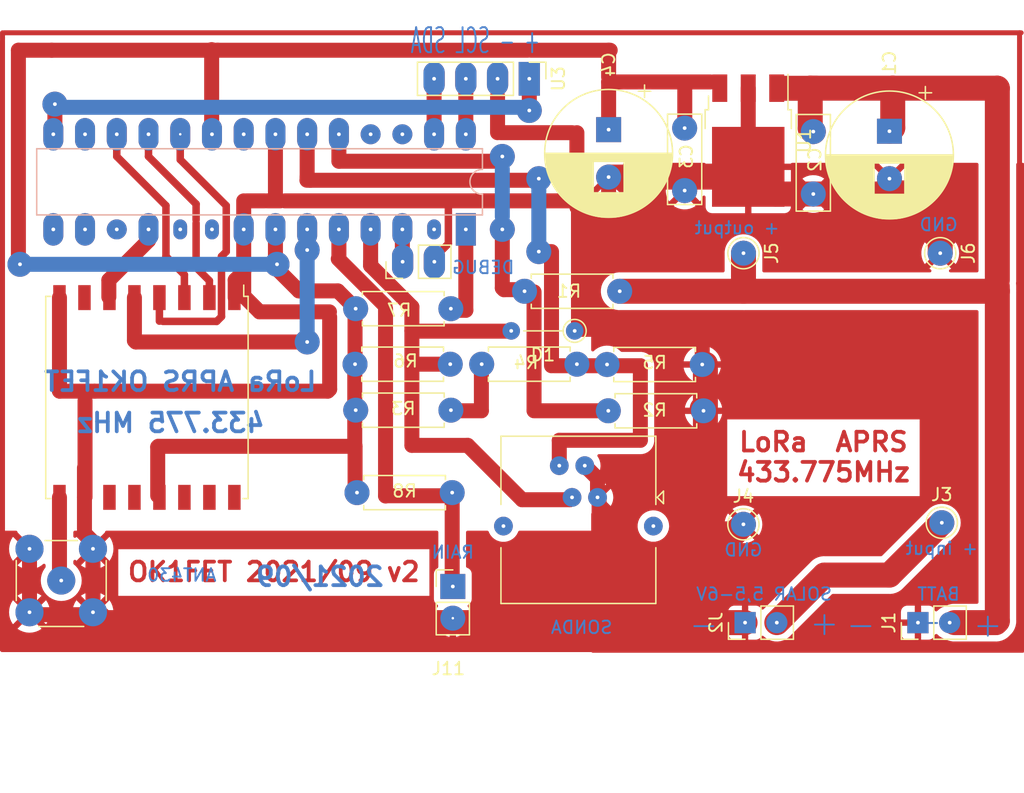
<source format=kicad_pcb>
(kicad_pcb (version 20210126) (generator pcbnew)
  (layers (0 "F.Cu" signal) (31 "B.Cu" signal) (34 "B.Paste" user) (35 "F.Paste" user) (36 "B.SilkS" user "B.Silkscreen") (37 "F.SilkS" user "F.Silkscreen") (38 "B.Mask" user) (39 "F.Mask" user) (44 "Edge.Cuts" user))
  (net 0 "")
  (net 1 "GND")
  (net 2 "Net-(C1-Pad1)")
  (net 3 "Net-(J2-Pad2)")
  (net 4 "Net-(J10-Pad1)")
  (net 5 "Net-(R1-Pad2)")
  (net 6 "Net-(R7-Pad2)")
  (net 7 "srdce")
  (net 8 "Net-(D1-Pad2)")
  (net 9 "Net-(U2-Pad15)")
  (net 14 "Net-(U2-Pad11)")
  (net 18 "Net-(U2-Pad6)")
  (net 19 "Net-(U2-Pad19)")
  (net 20 "Net-(C3-Pad1)")
  (net 21 "Net-(U2-Pad18)")
  (net 22 "Net-(U2-Pad17)")
  (net 25 "Net-(U2-Pad27)")
  (net 32 "Net-(J7-Pad4)")
  (net 33 "Net-(J8-Pad1)")
  (net 34 "Net-(R3-Pad2)")
  (net 35 "Net-(J11-Pad1)")
  (net 36 "Net-(U2-Pad28)")
  (footprint "Capacitor_THT:C_Disc_D7.0mm_W2.5mm_P5.00mm" (layer "F.Cu") (at 128.1325 76.7225 -90)
    (fp_text reference "C3" (at 2.2715 -0.1375 -90) (layer "F.SilkS") (effects (justify mirror)))
    (fp_text value "M1")
    (pad "1" thru_hole circle (at 0 0 270) (size 2 2) (drill 0.3) (layers *.Cu *.Mask) (net 20 "Net-(C3-Pad1)"))
    (pad "2" thru_hole circle (at 5 0 270) (size 2 2) (drill 0.3) (layers *.Cu *.Mask) (net 1 "GND"))
  )
  (footprint "Capacitor_THT:CP_Radial_D10.0mm_P3.80mm" (layer "F.Cu") (at 122.047 76.845323 -90)
    (fp_text reference "C4" (at -5.217323 0 -90) (layer "F.SilkS") (effects (justify mirror)))
    (fp_text value "50uF")
    (pad "1" thru_hole rect (at 0 0 270) (size 2 2) (drill 0.3) (layers *.Cu *.Mask) (net 20 "Net-(C3-Pad1)"))
    (pad "2" thru_hole circle (at 3.8 0 270) (size 2 2) (drill 0.3) (layers *.Cu *.Mask) (net 1 "GND"))
  )
  (footprint "Connector_PinHeader_2.54mm:PinHeader_1x02_P2.54mm_Vertical" (layer "F.Cu") (at 105.5574 87.4268 90)
    (fp_text reference "J10" hide)
    (fp_text value "DEBUG")
    (pad "1" thru_hole oval (at 0 0 90) (size 2.7 1.7) (drill 0.3) (layers *.Cu *.Mask) (net 4 "Net-(J10-Pad1)"))
    (pad "2" thru_hole oval (at 0 2.54 90) (size 2.7 1.7) (drill 0.3) (layers *.Cu *.Mask) (net 1 "GND"))
  )
  (footprint "Resistor_THT:R_Axial_DIN0207_L6.3mm_D2.5mm_P7.62mm_Horizontal" (layer "F.Cu") (at 122.0216 99.3648)
    (fp_text reference "R2" (at 3.7084 -0.0508) (layer "F.SilkS") (effects (justify mirror)))
    (fp_text value "10K09")
    (pad "1" thru_hole circle (at 0 0) (size 2 2) (drill 0.3) (layers *.Cu *.Mask) (net 5 "Net-(R1-Pad2)"))
    (pad "2" thru_hole oval (at 7.62 0) (size 2 2) (drill 0.3) (layers *.Cu *.Mask) (net 1 "GND"))
  )
  (footprint "Connector_PinHeader_2.54mm:PinHeader_1x04_P2.54mm_Vertical" (layer "F.Cu") (at 115.697 72.771 -90)
    (fp_text reference "U3" (at 0 -2.33 90) (layer "F.SilkS"))
    (fp_text value "BME280")
    (pad "1" thru_hole rect (at 0 0 270) (size 2.7 1.7) (drill 0.3) (layers *.Cu *.Mask) (net 9 "Net-(U2-Pad15)"))
    (pad "2" thru_hole oval (at 0 2.54 270) (size 2.7 1.7) (drill 0.3) (layers *.Cu *.Mask) (net 1 "GND"))
    (pad "3" thru_hole oval (at 0 5.08 270) (size 2.7 1.7) (drill 0.3) (layers *.Cu *.Mask) (net 36 "Net-(U2-Pad28)"))
    (pad "4" thru_hole oval (at 0 7.62 270) (size 2.7 1.7) (drill 0.3) (layers *.Cu *.Mask) (net 25 "Net-(U2-Pad27)"))
  )
  (footprint "Connector_RJ:RJ14_Connfly_DS1133-S4_Horizontal" (layer "F.Cu") (at 121.158 106.299 180)
    (fp_text reference "J7" hide)
    (fp_text value "W_SONDA")
    (pad "" thru_hole circle (at 7.53 -2.3) (size 1.5 1.5) (drill 0.3) (layers *.Cu *.Mask))
    (pad "" thru_hole circle (at -4.47 -2.3) (size 1.5 1.5) (drill 0.3) (layers *.Cu *.Mask))
    (pad "1" thru_hole circle (at 0 0) (size 1.5 1.5) (drill 0.3) (layers *.Cu *.Mask) (net 1 "GND"))
    (pad "2" thru_hole circle (at 1.02 2.54) (size 1.5 1.5) (drill 0.3) (layers *.Cu *.Mask) (net 1 "GND"))
    (pad "3" thru_hole circle (at 2.04 0) (size 1.5 1.5) (drill 0.3) (layers *.Cu *.Mask) (net 8 "Net-(D1-Pad2)"))
    (pad "4" thru_hole circle (at 3.06 2.54) (size 1.5 1.5) (drill 0.3) (layers *.Cu *.Mask) (net 32 "Net-(J7-Pad4)"))
  )
  (footprint "Connector_PinHeader_2.54mm:PinHeader_1x02_P2.54mm_Vertical" (layer "F.Cu") (at 146.807 116.332 90)
    (fp_text reference "J1" (at 0 -2.33 90) (layer "F.SilkS"))
    (fp_text value "BATT" (at 2.286 1.651 180) (layer "B.Cu") (effects (justify mirror)))
    (pad "1" thru_hole rect (at 0 0 90) (size 1.7 1.7) (drill 0.3) (layers *.Cu *.Mask) (net 1 "GND"))
    (pad "2" thru_hole oval (at 0 2.54 90) (size 1.7 1.7) (drill 0.3) (layers *.Cu *.Mask) (net 2 "Net-(C1-Pad1)"))
  )
  (footprint "Connector_PinHeader_2.54mm:PinHeader_1x02_P2.54mm_Vertical" (layer "F.Cu") (at 109.5756 113.4364)
    (fp_text reference "J11" (at -0.3556 6.5786) (layer "F.SilkS"))
    (fp_text value "RAIN" (at 0 -2.7432) (layer "B.Cu") (effects (justify mirror)))
    (pad "1" thru_hole rect (at 0 0) (size 2 2) (drill 0.3) (layers *.Cu *.Mask) (net 35 "Net-(J11-Pad1)"))
    (pad "2" thru_hole oval (at 0 2.54) (size 2 2) (drill 0.2) (layers *.Cu *.Mask) (net 1 "GND"))
  )
  (footprint "Connector_Pin:Pin_D1.0mm_L10.0mm" (layer "F.Cu") (at 132.837 108.458 180)
    (fp_text reference "J4" (at 0 2.25) (layer "F.SilkS"))
    (fp_text value "GND" (at 0 -2.05) (layer "B.Cu") (effects (justify mirror)))
    (pad "1" thru_hole circle (at 0 0 180) (size 2 2) (drill 0.3) (layers *.Cu *.Mask) (net 1 "GND"))
  )
  (footprint "Resistor_THT:R_Axial_DIN0207_L6.3mm_D2.5mm_P7.62mm_Horizontal" (layer "F.Cu") (at 111.887 95.631)
    (fp_text reference "R4" (at 3.556 -0.127) (layer "F.SilkS") (effects (justify mirror)))
    (fp_text value "10K")
    (pad "1" thru_hole circle (at 0 0) (size 2 2) (drill 0.3) (layers *.Cu *.Mask) (net 34 "Net-(R3-Pad2)"))
    (pad "2" thru_hole oval (at 7.62 0) (size 2 2) (drill 0.3) (layers *.Cu *.Mask) (net 32 "Net-(J7-Pad4)"))
  )
  (footprint "Capacitor_THT:C_Disc_D7.5mm_W2.5mm_P5.00mm" (layer "F.Cu") (at 138.43 77.002 -90)
    (fp_text reference "C2" (at 2.246 -0.127 -90) (layer "F.SilkS") (effects (justify mirror)))
    (fp_text value "M1")
    (pad "1" thru_hole circle (at 0 0 270) (size 2 2) (drill 0.3) (layers *.Cu *.Mask) (net 2 "Net-(C1-Pad1)"))
    (pad "2" thru_hole circle (at 5 0 270) (size 2 2) (drill 0.3) (layers *.Cu *.Mask) (net 1 "GND"))
  )
  (footprint "Connector_Coaxial:SMA_Molex_73251-2200_Horizontal" (layer "F.Cu") (at 78.232 112.96 180)
    (fp_text reference "J8" hide)
    (fp_text value "ANT-433")
    (pad "1" thru_hole circle (at 0 0 180) (size 2.25 2.25) (drill 0.3) (layers *.Cu *.Mask) (net 33 "Net-(J8-Pad1)"))
    (pad "2" thru_hole circle (at 2.54 2.54 270) (size 2.25 2.25) (drill 0.3) (layers *.Cu *.Mask) (net 1 "GND"))
    (pad "2" thru_hole circle (at -2.54 -2.54 180) (size 2.25 2.25) (drill 0.3) (layers *.Cu *.Mask) (net 1 "GND"))
    (pad "2" thru_hole circle (at 2.54 -2.54 180) (size 2.25 2.25) (drill 0.3) (layers *.Cu *.Mask) (net 1 "GND"))
    (pad "2" thru_hole circle (at -2.54 2.54 180) (size 2.25 2.25) (drill 0.3) (layers *.Cu *.Mask) (net 1 "GND"))
  )
  (footprint "Connector_Pin:Pin_D1.0mm_L10.0mm" (layer "F.Cu") (at 148.59 86.741 90)
    (fp_text reference "J6" (at 0 2.25 90) (layer "F.SilkS"))
    (fp_text value "GND" (at 2.286 -0.127 180) (layer "B.Cu") (effects (justify mirror)))
    (pad "1" thru_hole circle (at 0 0 90) (size 2 2) (drill 0.3) (layers *.Cu *.Mask) (net 1 "GND"))
  )
  (footprint "Connector_Pin:Pin_D1.0mm_L10.0mm" (layer "F.Cu") (at 132.842 86.741 90)
    (fp_text reference "J5" (at 0 2.25 90) (layer "F.SilkS"))
    (fp_text value "+ output" (at 2.032 -0.508 180) (layer "B.Cu") (effects (justify mirror)))
    (pad "1" thru_hole circle (at 0 0 90) (size 2 2) (drill 0.3) (layers *.Cu *.Mask) (net 2 "Net-(C1-Pad1)"))
  )
  (footprint "Resistor_THT:R_Axial_DIN0204_L3.6mm_D1.6mm_P5.08mm_Vertical" (layer "F.Cu") (at 119.33 92.964 180)
    (fp_text reference "D1" (at 2.54 -1.92 180) (layer "F.SilkS"))
    (fp_text value "LED")
    (pad "1" thru_hole circle (at 0 0 180) (size 1.4 1.4) (drill 0.3) (layers *.Cu *.Mask) (net 1 "GND"))
    (pad "2" thru_hole oval (at 5.08 0 180) (size 1.4 1.4) (drill 0.3) (layers *.Cu *.Mask) (net 8 "Net-(D1-Pad2)"))
  )
  (footprint "Connector_Pin:Pin_D1.0mm_L10.0mm" (layer "F.Cu") (at 148.717 108.331 180)
    (fp_text reference "J3" (at 0 2.25) (layer "F.SilkS"))
    (fp_text value "+ input" (at 0 -2.05) (layer "B.Cu") (effects (justify mirror)))
    (pad "1" thru_hole circle (at 0 0 180) (size 2 2) (drill 0.3) (layers *.Cu *.Mask) (net 3 "Net-(J2-Pad2)"))
  )
  (footprint "Capacitor_THT:CP_Radial_D10.0mm_P3.80mm" (layer "F.Cu") (at 144.526 76.972323 -90)
    (fp_text reference "C1" (at -5.471323 0 -90) (layer "F.SilkS") (effects (justify mirror)))
    (fp_text value "500uF")
    (pad "1" thru_hole rect (at 0 0 270) (size 2 2) (drill 0.3) (layers *.Cu *.Mask) (net 2 "Net-(C1-Pad1)"))
    (pad "2" thru_hole circle (at 3.8 0 270) (size 2 2) (drill 0.3) (layers *.Cu *.Mask) (net 1 "GND"))
  )
  (footprint "Connector_PinHeader_2.54mm:PinHeader_1x02_P2.54mm_Vertical" (layer "F.Cu") (at 132.969 116.332 90)
    (fp_text reference "J2" (at 0 -2.33 90) (layer "F.SilkS") (effects (justify mirror)))
    (fp_text value "SOLAR 5,5-6V" (at 2.286 1.524 180) (layer "B.Cu") (effects (justify mirror)))
    (pad "1" thru_hole rect (at 0 0 90) (size 1.7 1.7) (drill 0.3) (layers *.Cu *.Mask) (net 1 "GND"))
    (pad "2" thru_hole oval (at 0 2.54 90) (size 1.7 1.7) (drill 0.3) (layers *.Cu *.Mask) (net 3 "Net-(J2-Pad2)"))
  )
  (footprint "Resistor_THT:R_Axial_DIN0207_L6.3mm_D2.5mm_P7.62mm_Horizontal" (layer "F.Cu") (at 101.799 91.186)
    (fp_text reference "R7" (at 3.484 0.127) (layer "F.SilkS") (effects (justify mirror)))
    (fp_text value "10K")
    (pad "1" thru_hole circle (at 0 0) (size 2 2) (drill 0.3) (layers *.Cu *.Mask) (net 20 "Net-(C3-Pad1)"))
    (pad "2" thru_hole oval (at 7.62 0) (size 2 2) (drill 0.3) (layers *.Cu *.Mask) (net 6 "Net-(R7-Pad2)"))
  )
  (footprint "RF_Module:HOPERF_RFM9XW_SMD" (layer "F.Cu") (at 85.09 98.298 -90)
    (fp_text reference "U4" hide)
    (fp_text value "RFM96W-315S2")
    (pad "1" smd rect (at -8 -7 270) (size 2 1) (layers "F.Cu" "F.Paste" "F.Mask") (net 1 "GND"))
    (pad "2" smd rect (at -8 -5 270) (size 2 1) (layers "F.Cu" "F.Paste" "F.Mask") (net 21 "Net-(U2-Pad18)"))
    (pad "3" smd rect (at -8 -3 270) (size 2 1) (layers "F.Cu" "F.Paste" "F.Mask") (net 22 "Net-(U2-Pad17)"))
    (pad "4" smd rect (at -8 -1 270) (size 2 1) (layers "F.Cu" "F.Paste" "F.Mask") (net 19 "Net-(U2-Pad19)"))
    (pad "5" smd rect (at -8 1 270) (size 2 1) (layers "F.Cu" "F.Paste" "F.Mask") (net 18 "Net-(U2-Pad6)"))
    (pad "6" smd rect (at -8 3 270) (size 2 1) (layers "F.Cu" "F.Paste" "F.Mask") (net 14 "Net-(U2-Pad11)"))
    (pad "7" smd rect (at -8 5 270) (size 2 1) (layers "F.Cu" "F.Paste" "F.Mask"))
    (pad "8" smd rect (at -8 7 270) (size 2 1) (layers "F.Cu" "F.Paste" "F.Mask") (net 1 "GND"))
    (pad "9" smd rect (at 8 7 270) (size 2 1) (layers "F.Cu" "F.Paste" "F.Mask") (net 33 "Net-(J8-Pad1)"))
    (pad "10" smd rect (at 8 5 270) (size 2 1) (layers "F.Cu" "F.Paste" "F.Mask") (net 1 "GND"))
    (pad "11" smd rect (at 8 3 270) (size 2 1) (layers "F.Cu" "F.Paste" "F.Mask"))
    (pad "12" smd rect (at 8 1 270) (size 2 1) (layers "F.Cu" "F.Paste" "F.Mask"))
    (pad "13" smd rect (at 8 -1 270) (size 2 1) (layers "F.Cu" "F.Paste" "F.Mask") (net 20 "Net-(C3-Pad1)"))
    (pad "14" smd rect (at 8 -3 270) (size 2 1) (layers "F.Cu" "F.Paste" "F.Mask"))
    (pad "15" smd rect (at 8 -5 270) (size 2 1) (layers "F.Cu" "F.Paste" "F.Mask"))
    (pad "16" smd rect (at 8 -7 270) (size 2 1) (layers "F.Cu" "F.Paste" "F.Mask"))
  )
  (footprint "Resistor_THT:R_Axial_DIN0207_L6.3mm_D2.5mm_P7.62mm_Horizontal" (layer "F.Cu") (at 101.8032 99.314)
    (fp_text reference "R3" (at 3.81 -0.127) (layer "F.SilkS") (effects (justify mirror)))
    (fp_text value "10K")
    (pad "1" thru_hole circle (at 0 0) (size 2 2) (drill 0.3) (layers *.Cu *.Mask) (net 20 "Net-(C3-Pad1)"))
    (pad "2" thru_hole circle (at 7.62 0) (size 2 2) (drill 0.3) (layers *.Cu *.Mask) (net 34 "Net-(R3-Pad2)"))
  )
  (footprint "Package_TO_SOT_SMD:TO-252-3_TabPin2" (layer "F.Cu") (at 133.223 77.724 -90)
    (fp_text reference "U1" (at 0 -4.5 90) (layer "F.SilkS"))
    (fp_text value "LF33_TO252")
    (pad "1" smd rect (at -4.2 -2.28 270) (size 2.2 1.2) (layers "F.Cu" "F.Paste" "F.Mask") (net 2 "Net-(C1-Pad1)"))
    (pad "2" smd rect (at 2.1 0 270) (size 6.4 5.8) (layers "F.Cu" "F.Mask") (net 1 "GND"))
    (pad "2" smd rect (at -4.2 0 270) (size 2.2 1.2) (layers "F.Cu" "F.Paste" "F.Mask") (net 1 "GND"))
    (pad "3" smd rect (at -4.2 2.28 270) (size 2.2 1.2) (layers "F.Cu" "F.Paste" "F.Mask") (net 20 "Net-(C3-Pad1)"))
  )
  (footprint "Resistor_THT:R_Axial_DIN0207_L6.3mm_D2.5mm_P7.62mm_Horizontal" (layer "F.Cu") (at 101.9048 105.918)
    (fp_text reference "R8" (at 3.81 -0.127) (layer "F.SilkS") (effects (justify mirror)))
    (fp_text value "10K")
    (pad "1" thru_hole circle (at 0 0) (size 2 2) (drill 0.3) (layers *.Cu *.Mask) (net 20 "Net-(C3-Pad1)"))
    (pad "2" thru_hole oval (at 7.62 0) (size 2 2) (drill 0.3) (layers *.Cu *.Mask) (net 35 "Net-(J11-Pad1)"))
  )
  (footprint "Resistor_THT:R_Axial_DIN0207_L6.3mm_D2.5mm_P7.62mm_Horizontal" (layer "F.Cu") (at 101.749 95.631)
    (fp_text reference "R6" (at 4.042 -0.254) (layer "F.SilkS") (effects (justify mirror)))
    (fp_text value "10K")
    (pad "1" thru_hole circle (at 0 0) (size 2 2) (drill 0.3) (layers *.Cu *.Mask) (net 20 "Net-(C3-Pad1)"))
    (pad "2" thru_hole oval (at 7.62 0) (size 2 2) (drill 0.3) (layers *.Cu *.Mask) (net 8 "Net-(D1-Pad2)"))
  )
  (footprint "Resistor_THT:R_Axial_DIN0207_L6.3mm_D2.5mm_P7.62mm_Horizontal" (layer "F.Cu") (at 121.92 95.6564)
    (fp_text reference "R5" (at 3.81 -0.1524) (layer "F.SilkS") (effects (justify mirror)))
    (fp_text value "10K")
    (pad "1" thru_hole circle (at 0 0) (size 2 2) (drill 0.3) (layers *.Cu *.Mask) (net 32 "Net-(J7-Pad4)"))
    (pad "2" thru_hole oval (at 7.62 0) (size 2 2) (drill 0.3) (layers *.Cu *.Mask) (net 1 "GND"))
  )
  (footprint "Resistor_THT:R_Axial_DIN0207_L6.3mm_D2.5mm_P7.62mm_Horizontal" (layer "F.Cu") (at 122.936 89.789 180)
    (fp_text reference "R1" (at 4.064 0 180) (layer "F.SilkS") (effects (justify mirror)))
    (fp_text value "91K18")
    (pad "1" thru_hole circle (at 0 0 180) (size 2 2) (drill 0.3) (layers *.Cu *.Mask) (net 2 "Net-(C1-Pad1)"))
    (pad "2" thru_hole oval (at 7.62 0 180) (size 2 2) (drill 0.3) (layers *.Cu *.Mask) (net 5 "Net-(R1-Pad2)"))
  )
  (footprint "Package_DIP:DIP-28_W7.62mm" (layer "B.Cu") (at 110.617 84.836 90)
    (fp_text reference "U2" hide)
    (fp_text value "ATmega328-PU")
    (pad "1" thru_hole rect (at 0 0 90) (size 2.6 1.6) (drill 0.3) (layers *.Cu *.Mask) (net 6 "Net-(R7-Pad2)"))
    (pad "2" thru_hole oval (at 0 -2.54 90) (size 1.6 1.1) (drill 0.3) (layers *.Cu *.Mask))
    (pad "3" thru_hole oval (at 0 -5.08 90) (size 2.6 1.6) (drill 0.3) (layers *.Cu *.Mask) (net 4 "Net-(J10-Pad1)"))
    (pad "4" thru_hole oval (at 0 -7.62 90) (size 2.6 1.6) (drill 0.3) (layers *.Cu *.Mask) (net 8 "Net-(D1-Pad2)"))
    (pad "5" thru_hole oval (at 0 -10.16 90) (size 2.6 1.6) (drill 0.3) (layers *.Cu *.Mask) (net 35 "Net-(J11-Pad1)"))
    (pad "6" thru_hole oval (at 0 -12.7 90) (size 2.6 1.6) (drill 0.3) (layers *.Cu *.Mask) (net 18 "Net-(U2-Pad6)"))
    (pad "7" thru_hole oval (at 0 -15.24 90) (size 2.6 1.6) (drill 0.3) (layers *.Cu *.Mask) (net 20 "Net-(C3-Pad1)"))
    (pad "8" thru_hole oval (at 0 -17.78 90) (size 2.6 1.6) (drill 0.3) (layers *.Cu *.Mask) (net 1 "GND"))
    (pad "9" thru_hole oval (at 0 -20.32 90) (size 1.6 1.1) (drill 0.3) (layers *.Cu *.Mask))
    (pad "10" thru_hole oval (at 0 -22.86 90) (size 1.6 1.1) (drill 0.3) (layers *.Cu *.Mask))
    (pad "11" thru_hole oval (at 0 -25.4 90) (size 2.6 1.6) (drill 0.3) (layers *.Cu *.Mask) (net 14 "Net-(U2-Pad11)"))
    (pad "12" thru_hole oval (at 0 -27.94 90) (size 1.6 1.6) (drill 0.3) (layers *.Cu *.Mask))
    (pad "13" thru_hole oval (at 0 -30.48 90) (size 2.6 1.6) (drill 0.3) (layers *.Cu *.Mask))
    (pad "14" thru_hole oval (at 0 -33.02 90) (size 2.6 1.6) (drill 0.3) (layers *.Cu *.Mask) (net 7 "srdce"))
    (pad "15" thru_hole oval (at 7.62 -33.02 90) (size 2.6 1.6) (drill 0.3) (layers *.Cu *.Mask) (net 9 "Net-(U2-Pad15)"))
    (pad "16" thru_hole oval (at 7.62 -30.48 90) (size 2.6 1.6) (drill 0.3) (layers *.Cu *.Mask))
    (pad "17" thru_hole oval (at 7.62 -27.94 90) (size 2.6 1.6) (drill 0.3) (layers *.Cu *.Mask) (net 22 "Net-(U2-Pad17)"))
    (pad "18" thru_hole oval (at 7.62 -25.4 90) (size 2.6 1.6) (drill 0.3) (layers *.Cu *.Mask) (net 21 "Net-(U2-Pad18)"))
    (pad "19" thru_hole oval (at 7.62 -22.86 90) (size 2.6 1.6) (drill 0.2) (layers *.Cu *.Mask) (net 19 "Net-(U2-Pad19)"))
    (pad "20" thru_hole oval (at 7.62 -20.32 90) (size 2.6 1.6) (drill 0.3) (layers *.Cu *.Mask) (net 20 "Net-(C3-Pad1)"))
    (pad "21" thru_hole oval (at 7.62 -17.78 90) (size 2.6 1.6) (drill 0.3) (layers *.Cu *.Mask))
    (pad "22" thru_hole oval (at 7.62 -15.24 90) (size 2.6 1.6) (drill 0.3) (layers *.Cu *.Mask) (net 1 "GND"))
    (pad "23" thru_hole oval (at 7.62 -12.7 90) (size 2.6 1.6) (drill 0.3) (layers *.Cu *.Mask) (net 32 "Net-(J7-Pad4)"))
    (pad "24" thru_hole oval (at 7.62 -10.16 90) (size 2.6 1.6) (drill 0.3) (layers *.Cu *.Mask) (net 5 "Net-(R1-Pad2)"))
    (pad "25" thru_hole oval (at 7.62 -7.62 90) (size 1.6 1.6) (drill 0.3) (layers *.Cu *.Mask))
    (pad "26" thru_hole oval (at 7.62 -5.08 90) (size 1.6 1.6) (drill 0.3) (layers *.Cu *.Mask))
    (pad "27" thru_hole oval (at 7.62 -2.54 90) (size 2.6 1.6) (drill 0.3) (layers *.Cu *.Mask) (net 25 "Net-(U2-Pad27)"))
    (pad "28" thru_hole oval (at 7.62 0 90) (size 2.6 1.6) (drill 0.3) (layers *.Cu *.Mask) (net 36 "Net-(U2-Pad28)"))
  )
  (gr_text "LoRa  APRS\n433.775MHz" (at 139.2428 103.0732) (layer "F.Cu") (effects (font (size 1.5 1.5) (thickness 0.3))))
  (gr_text "OK1FET 2021/09 v2" (at 95.25 112.268) (layer "F.Cu") (effects (font (size 1.5 1.5) (thickness 0.3))))
  (gr_text "+" (at 152.4 116.459) (layer "B.Cu") (effects (font (size 2 2)) (justify mirror)))
  (gr_text "2021/09" (at 98.933 112.649) (layer "B.Cu") (effects (font (size 1.5 1.5) (thickness 0.3)) (justify mirror)))
  (gr_text "DEBUG" (at 112.014 87.884) (layer "B.Cu") (effects (font (size 1 1)) (justify mirror)))
  (gr_text "LoRa APRS OK1FET" (at 87.757 97.028) (layer "B.Cu") (effects (font (size 1.5 1.5) (thickness 0.3)) (justify mirror)))
  (gr_text "+ - SCL SDA" (at 111.379 69.723) (layer "B.Cu") (effects (font (size 2 1)) (justify mirror)))
  (gr_text "-" (at 147.574 116.205) (layer "B.Cu") (effects (font (size 2 2)) (justify mirror)))
  (gr_text "-" (at 129.667 116.459) (layer "B.Cu") (effects (font (size 2 2)) (justify mirror)))
  (gr_text "ANT430" (at 87.884 112.522) (layer "B.Cu") (effects (font (size 1 1)) (justify mirror)))
  (gr_text "SONDA" (at 119.888 116.713) (layer "B.Cu") (effects (font (size 1 1)) (justify mirror)))
  (gr_text "-" (at 142.24 116.459) (layer "B.Cu") (effects (font (size 2 2)) (justify mirror)))
  (gr_text "+" (at 139.319 116.332) (layer "B.Cu") (effects (font (size 2 2)) (justify mirror)))
  (gr_text "433.775 MHz" (at 86.995 100.33) (layer "B.Cu") (effects (font (size 1.5 1.5) (thickness 0.3)) (justify mirror)))
  (segment (start 135.401 82.002) (end 133.223 79.824) (width 2) (layer "F.Cu") (net 1))
  (segment (start 80.772 109.855) (end 80.09 109.173) (width 1.2) (layer "F.Cu") (net 1))
  (segment (start 109.277011 83.000989) (end 109.728 82.55) (width 0.4) (layer "F.Cu") (net 1))
  (segment (start 129.794 109.22) (end 129.794 102.362) (width 2) (layer "F.Cu") (net 1))
  (segment (start 120.523 82.677) (end 120.396 82.55) (width 1.2) (layer "F.Cu") (net 1))
  (segment (start 129.54 92.964) (end 129.54 95.758) (width 1.2) (layer "F.Cu") (net 1))
  (segment (start 154.94 69.088) (end 154.94 118.491) (width 0.4) (layer "F.Cu") (net 1))
  (segment (start 80.137 106.251) (end 80.09 106.298) (width 1.2) (layer "F.Cu") (net 1))
  (segment (start 133.223 73.524) (end 133.223 79.824) (width 1.2) (layer "F.Cu") (net 1))
  (segment (start 94.742 82.55) (end 95.758 82.55) (width 1.2) (layer "F.Cu") (net 1))
  (segment (start 99.568 97.79) (end 99.717011 97.640989) (width 1.2) (layer "F.Cu") (net 1))
  (segment (start 148.463 81.915) (end 148.59 82.042) (width 2) (layer "F.Cu") (net 1))
  (segment (start 95.259041 77.333959) (end 95.377 77.216) (width 0.25) (layer "F.Cu") (net 1))
  (segment (start 80.132 116.332) (end 118.618 116.332) (width 2) (layer "F.Cu") (net 1))
  (segment (start 78.105 97.79) (end 78.09 97.775) (width 1.2) (layer "F.Cu") (net 1))
  (segment (start 109.728 82.55) (end 118.491 82.55) (width 1.2) (layer "F.Cu") (net 1))
  (segment (start 108.014989 87.184011) (end 109.22 85.979) (width 0.6) (layer "F.Cu") (net 1))
  (segment (start 122.301 116.332) (end 127.254 116.332) (width 2) (layer "F.Cu") (net 1))
  (segment (start 127.254 116.332) (end 130.302 116.332) (width 2) (layer "F.Cu") (net 1))
  (segment (start 118.491 82.55) (end 119.634 82.55) (width 1.2) (layer "F.Cu") (net 1))
  (segment (start 121.158 104.779) (end 120.138 103.759) (width 1.2) (layer "F.Cu") (net 1))
  (segment (start 80.09 103.927) (end 80.09 109.173) (width 1.2) (layer "F.Cu") (net 1))
  (segment (start 129.794 109.22) (end 129.794 115.824) (width 2) (layer "F.Cu") (net 1))
  (segment (start 132.401677 80.645323) (end 133.223 79.824) (width 0.6) (layer "F.Cu") (net 1))
  (segment (start 144.439 82.002) (end 144.526 81.915) (width 2) (layer "F.Cu") (net 1))
  (segment (start 78.09 97.775) (end 78.09 96.505) (width 1.2) (layer "F.Cu") (net 1))
  (segment (start 92.837 84.836) (end 92.837 88.2142) (width 1.2) (layer "F.Cu") (net 1))
  (segment (start 129.794 115.824) (end 130.302 116.332) (width 2) (layer "F.Cu") (net 1))
  (segment (start 138.43 82.002) (end 135.401 82.002) (width 2) (layer "F.Cu") (net 1))
  (segment (start 154.94 118.491) (end 73.533 118.491) (width 0.4) (layer "F.Cu") (net 1))
  (segment (start 155.067 69.088) (end 73.66 69.088) (width 0.4) (layer "F.Cu") (net 1))
  (segment (start 108.072 87.63) (end 108.072 87.127) (width 0.4) (layer "F.Cu") (net 1))
  (segment (start 120.523 92.837) (end 129.413 92.837) (width 1.2) (layer "F.Cu") (net 1))
  (segment (start 144.526 81.915) (end 148.463 81.915) (width 2) (layer "F.Cu") (net 1))
  (segment (start 97.282 91.44) (end 94.107 91.44) (width 1.2) (layer "F.Cu") (net 1))
  (segment (start 129.794 109.22) (end 132.075 109.22) (width 2) (layer "F.Cu") (net 1))
  (segment (start 96.139 82.55) (end 109.728 82.55) (width 1.2) (layer "F.Cu") (net 1))
  (segment (start 129.794 99.441) (end 129.54 99.187) (width 2) (layer "F.Cu") (net 1))
  (segment (start 121.285 106.426) (end 121.158 106.299) (width 1.2) (layer "F.Cu") (net 1))
  (segment (start 113.157 74.168) (end 113.157 77.089) (width 1.2) (layer "F.Cu") (net 1))
  (segment (start 73.533 118.491) (end 73.529989 118.487989) (width 0.4) (layer "F.Cu") (net 1))
  (segment (start 119.761 92.837) (end 120.523 92.837) (width 1.2) (layer "F.Cu") (net 1))
  (segment (start 148.59 82.042) (end 148.59 86.741) (width 2) (layer "F.Cu") (net 1))
  (segment (start 93.091 82.55) (end 94.488 82.55) (width 1.2) (layer "F.Cu") (net 1))
  (segment (start 92.837 85.217) (end 92.837 82.55) (width 1.2) (layer "F.Cu") (net 1))
  (segment (start 80.899 97.79) (end 99.568 97.79) (width 1.2) (layer "F.Cu") (net 1))
  (segment (start 109.22 85.979) (end 109.22 83.058) (width 0.6) (layer "F.Cu") (net 1))
  (segment (start 94.107 91.44) (end 92.837 90.17) (width 1.2) (layer "F.Cu") (net 1))
  (segment (start 122.047 82.432041) (end 122.047 80.645323) (width 1.2) (layer "F.Cu") (net 1))
  (segment (start 120.523 92.837) (end 120.523 82.677) (width 1.2) (layer "F.Cu") (net 1))
  (segment (start 130.302 116.332) (end 132.969 116.332) (width 2) (layer "F.Cu") (net 1))
  (segment (start 73.529989 118.487989) (end 73.529989 118.233989) (width 0.4) (layer "F.Cu") (net 1))
  (segment (start 94.996 77.597) (end 95.377 77.216) (width 0.25) (layer "F.Cu") (net 1))
  (segment (start 92.837 88.2142) (end 92.15902 88.89218) (width 1.2) (layer "F.Cu") (net 1))
  (segment (start 122.301 116.332) (end 121.285 115.316) (width 1.2) (layer "F.Cu") (net 1))
  (segment (start 92.15902 88.89218) (end 92.15902 90.298) (width 1.2) (layer "F.Cu") (net 1))
  (segment (start 75.692 115.57) (end 75.692 110.49) (width 1.2) (layer "F.Cu") (net 1))
  (segment (start 121.158 106.299) (end 121.158 104.779) (width 1.2) (layer "F.Cu") (net 1))
  (segment (start 80.772 110.42) (end 80.772 109.855) (width 1.2) (layer "F.Cu") (net 1))
  (segment (start 129.794 102.362) (end 129.794 99.441) (width 2) (layer "F.Cu") (net 1))
  (segment (start 119.634 82.55) (end 119.634 92.71) (width 1.2) (layer "F.Cu") (net 1))
  (segment (start 81.534 115.697) (end 76.454 115.697) (width 1.2) (layer "F.Cu") (net 1))
  (segment (start 120.396 82.55) (end 121.929041 82.55) (width 1.2) (layer "F.Cu") (net 1))
  (segment (start 80.899 97.79) (end 78.105 97.79) (width 1.2) (layer "F.Cu") (net 1))
  (segment (start 128.1325 81.7225) (end 128.1325 81.2695) (width 2) (layer "F.Cu") (net 1))
  (segment (start 92.837 90.17) (end 92.837 88.2142) (width 1.2) (layer "F.Cu") (net 1))
  (segment (start 129.413 92.837) (end 129.54 92.964) (width 1.2) (layer "F.Cu") (net 1))
  (segment (start 119.507 77.089) (end 119.507 83.058) (width 1.2) (layer "F.Cu") (net 1))
  (segment (start 73.533 69.088) (end 73.533 69.602022) (width 0.4) (layer "F.Cu") (net 1))
  (segment (start 118.618 116.332) (end 122.301 116.332) (width 2) (layer "F.Cu") (net 1))
  (segment (start 99.70104 91.44) (end 97.536 91.44) (width 1.2) (layer "F.Cu") (net 1))
  (segment (start 121.929041 82.55) (end 122.047 82.432041) (width 1.2) (layer "F.Cu") (net 1))
  (segment (start 129.794 99.06) (end 129.794 95.631) (width 2) (layer "F.Cu") (net 1))
  (segment (start 113.411 77.089) (end 119.126 77.089) (width 1.2) (layer "F.Cu") (net 1))
  (segment (start 73.529989 118.487989) (end 73.529989 69.726011) (width 0.4) (layer "F.Cu") (net 1))
  (segment (start 99.717011 97.640989) (end 99.717011 91.843011) (width 1.2) (layer "F.Cu") (net 1))
  (segment (start 122.047 80.645323) (end 127.508323 80.645323) (width 2) (layer "F.Cu") (net 1))
  (segment (start 121.285 115.316) (end 121.285 106.426) (width 1.2) (layer "F.Cu") (net 1))
  (segment (start 119.634 82.55) (end 120.396 82.55) (width 1.2) (layer "F.Cu") (net 1))
  (segment (start 132.075 109.22) (end 132.837 108.458) (width 2) (layer "F.Cu") (net 1))
  (segment (start 80.772 110.363) (end 80.772 115.443) (width 1.2) (layer "F.Cu") (net 1))
  (segment (start 127.508323 80.645323) (end 132.401677 80.645323) (width 2) (layer "F.Cu") (net 1))
  (segment (start 78.09 97.775) (end 78.09 90.298) (width 1.2) (layer "F.Cu") (net 1))
  (segment (start 95.377 77.216) (end 95.377 82.169) (width 1.2) (layer "F.Cu") (net 1))
  (segment (start 80.137 98.552) (end 80.137 106.251) (width 1.2) (layer "F.Cu") (net 1))
  (segment (start 138.43 82.002) (end 144.439 82.002) (width 2) (layer "F.Cu") (net 1))
  (segment (start 119.634 92.71) (end 119.761 92.837) (width 1.2) (layer "F.Cu") (net 1))
  (segment (start 144.526 81.915) (end 144.526 80.772323) (width 2) (layer "F.Cu") (net 1))
  (segment (start 153.162 88.9) (end 153.162 73.533) (width 2) (layer "F.Cu") (net 2))
  (segment (start 138.185 76.757) (end 138.43 77.002) (width 2) (layer "F.Cu") (net 2))
  (segment (start 132.842 89.789) (end 122.936 89.789) (width 2) (layer "F.Cu") (net 2))
  (segment (start 153.162 89.789) (end 132.842 89.789) (width 2) (layer "F.Cu") (net 2))
  (segment (start 132.842 89.789) (end 132.842 86.741) (width 2) (layer "F.Cu") (net 2))
  (segment (start 144.789 73.524) (end 144.789 76.709323) (width 2) (layer "F.Cu") (net 2))
  (segment (start 153.153 73.524) (end 153.162 73.533) (width 2) (layer "F.Cu") (net 2))
  (segment (start 144.789 73.524) (end 138.185 73.524) (width 2) (layer "F.Cu") (net 2))
  (segment (start 144.789 73.524) (end 153.153 73.524) (width 2) (layer "F.Cu") (net 2))
  (segment (start 138.699 73.533) (end 136.017 73.533) (width 2) (layer "F.Cu") (net 2))
  (segment (start 149.733 116.332) (end 153.035 116.332) (width 2) (layer "F.Cu") (net 2))
  (segment (start 153.162 89.789) (end 153.162 89.408) (width 2) (layer "F.Cu") (net 2))
  (segment (start 153.035 116.332) (end 153.162 116.205) (width 2) (layer "F.Cu") (net 2))
  (segment (start 144.789 76.709323) (end 144.526 76.972323) (width 2) (layer "F.Cu") (net 2))
  (segment (start 153.162 116.205) (end 153.162 89.789) (width 2) (layer "F.Cu") (net 2))
  (segment (start 138.185 73.524) (end 138.185 76.757) (width 2) (layer "F.Cu") (net 2))
  (segment (start 139.319 112.522) (end 144.526 112.522) (width 2) (layer "F.Cu") (net 3))
  (segment (start 144.526 112.522) (end 148.717 108.331) (width 2) (layer "F.Cu") (net 3))
  (segment (start 135.509 116.332) (end 139.319 112.522) (width 2) (layer "F.Cu") (net 3))
  (segment (start 105.537 84.836) (end 105.537 87.625) (width 1.2) (layer "F.Cu") (net 4))
  (segment (start 105.537 87.625) (end 105.532 87.63) (width 1.2) (layer "F.Cu") (net 4))
  (segment (start 113.665 89.662) (end 115.316 89.662) (width 1.2) (layer "F.Cu") (net 5))
  (segment (start 113.538 89.535) (end 113.538 84.836) (width 1.2) (layer "F.Cu") (net 5))
  (segment (start 116.078 99.3648) (end 122.0978 99.3648) (width 1.2) (layer "F.Cu") (net 5))
  (segment (start 113.665 89.662) (end 113.538 89.535) (width 1.2) (layer "F.Cu") (net 5))
  (segment (start 113.538 79.375) (end 100.457 79.375) (width 1.2) (layer "F.Cu") (net 5))
  (segment (start 100.457 79.375) (end 100.457 77.597) (width 1.2) (layer "F.Cu") (net 5))
  (segment (start 116.078 99.314) (end 116.078 89.8398) (width 1.2) (layer "F.Cu") (net 5))
  (via (at 113.538 84.836) (size 2) (drill 0.3) (layers "F.Cu" "B.Cu") (net 5))
  (via (at 113.538 78.994) (size 2) (drill 0.3) (layers "F.Cu" "B.Cu") (net 5))
  (segment (start 113.538 79.997041) (end 113.538 83.82) (width 1.2) (layer "B.Cu") (net 5))
  (segment (start 113.411 78.867) (end 113.538 78.994) (width 1.2) (layer "B.Cu") (net 5))
  (segment (start 110.617 91.313) (end 109.546 91.313) (width 1.2) (layer "F.Cu") (net 6))
  (segment (start 110.617 85.145) (end 110.617 91.313) (width 1.2) (layer "F.Cu") (net 6))
  (segment (start 106.299 102.1334) (end 110.7694 102.1334) (width 1.2) (layer "F.Cu") (net 8))
  (segment (start 106.299 92.964) (end 106.321011 92.986011) (width 1.2) (layer "F.Cu") (net 8))
  (segment (start 106.299 92.964) (end 106.299 91.042056) (width 1.2) (layer "F.Cu") (net 8))
  (segment (start 115.1255 106.4895) (end 118.9275 106.4895) (width 1.2) (layer "F.Cu") (net 8))
  (segment (start 106.299 95.885) (end 106.299 92.964) (width 1.2) (layer "F.Cu") (net 8))
  (segment (start 109.369 95.631) (end 106.426 95.631) (width 1.2) (layer "F.Cu") (net 8))
  (segment (start 110.7694 102.1334) (end 115.1255 106.4895) (width 1.2) (layer "F.Cu") (net 8))
  (segment (start 106.321011 92.986011) (end 113.896989 92.986011) (width 1.2) (layer "F.Cu") (net 8))
  (segment (start 106.426 95.631) (end 106.299 95.504) (width 1.2) (layer "F.Cu") (net 8))
  (segment (start 106.299 91.042056) (end 102.997 87.740056) (width 1.2) (layer "F.Cu") (net 8))
  (segment (start 118.9275 106.4895) (end 119.118 106.299) (width 1.2) (layer "F.Cu") (net 8))
  (segment (start 102.997 87.740056) (end 102.997 87.4268) (width 1.2) (layer "F.Cu") (net 8))
  (segment (start 106.299 95.504) (end 106.299 102.1334) (width 1.2) (layer "F.Cu") (net 8))
  (segment (start 102.997 87.740056) (end 102.997 84.1248) (width 1.2) (layer "F.Cu") (net 8))
  (segment (start 115.697 72.771) (end 115.697 75.311) (width 1.2) (layer "F.Cu") (net 9))
  (segment (start 115.697 75.311) (end 115.824 75.438) (width 0.25) (layer "F.Cu") (net 9))
  (segment (start 77.724 75.438) (end 77.724 77.089) (width 1.2) (layer "F.Cu") (net 9))
  (segment (start 77.724 77.089) (end 77.597 77.216) (width 0.25) (layer "F.Cu") (net 9))
  (via (at 77.724 74.803) (size 2) (drill 0.3) (layers "F.Cu" "B.Cu") (net 9))
  (via (at 115.697 75.311) (size 2) (drill 0.3) (layers "F.Cu" "B.Cu") (net 9))
  (segment (start 115.951 75.057) (end 77.978 75.057) (width 1.2) (layer "B.Cu") (net 9))
  (segment (start 77.851 75.438) (end 77.724 75.438) (width 0.25) (layer "B.Cu") (net 9))
  (segment (start 85.217 84.836) (end 85.217 85.725) (width 1.2) (layer "F.Cu") (net 14))
  (segment (start 82.09 90.298) (end 82.09 90.38302) (width 0.25) (layer "F.Cu") (net 14))
  (segment (start 85.217 85.725) (end 82.042 88.9) (width 1.2) (layer "F.Cu") (net 14))
  (segment (start 82.042 88.9) (end 82.042 90.25) (width 1.2) (layer "F.Cu") (net 14))
  (segment (start 97.917 93.853) (end 84.201 93.853) (width 1.2) (layer "F.Cu") (net 18))
  (segment (start 84.09 93.742) (end 84.09 90.298) (width 1.2) (layer "F.Cu") (net 18))
  (segment (start 84.09 90.298) (end 84.09 90.38302) (width 0.25) (layer "F.Cu") (net 18))
  (segment (start 97.917 84.836) (end 97.917 86.487) (width 1.2) (layer "F.Cu") (net 18))
  (segment (start 84.201 93.853) (end 84.09 93.742) (width 1.2) (layer "F.Cu") (net 18))
  (via (at 97.917 93.853) (size 2) (drill 0.3) (layers "F.Cu" "B.Cu") (net 18))
  (via (at 97.917 86.487) (size 2) (drill 0.3) (layers "F.Cu" "B.Cu") (net 18))
  (segment (start 97.917 86.487) (end 97.917 93.853) (width 1.2) (layer "B.Cu") (net 18))
  (segment (start 87.757 79.248) (end 87.757 77.216) (width 0.6) (layer "F.Cu") (net 19))
  (segment (start 86.36 92.202) (end 90.678 92.202) (width 0.6) (layer "F.Cu") (net 19))
  (segment (start 91.44 86.614) (end 91.44 82.931) (width 0.6) (layer "F.Cu") (net 19))
  (segment (start 86.09 91.932) (end 86.36 92.202) (width 0.4) (layer "F.Cu") (net 19))
  (segment (start 86.09 90.298) (end 86.09 90.21298) (width 0.25) (layer "F.Cu") (net 19))
  (segment (start 91.059 91.821) (end 91.059 86.995) (width 0.6) (layer "F.Cu") (net 19))
  (segment (start 91.059 86.995) (end 91.44 86.614) (width 0.6) (layer "F.Cu") (net 19))
  (segment (start 90.678 92.202) (end 91.059 91.821) (width 0.6) (layer "F.Cu") (net 19))
  (segment (start 86.09 90.551) (end 86.09 92.185) (width 0.6) (layer "F.Cu") (net 19))
  (segment (start 91.44 82.931) (end 87.757 79.248) (width 0.6) (layer "F.Cu") (net 19))
  (segment (start 101.926 95.808) (end 101.749 95.631) (width 1.2) (layer "F.Cu") (net 20))
  (segment (start 128.143 76.712) (end 128.1325 76.7225) (width 1.2) (layer "F.Cu") (net 20))
  (segment (start 101.7524 102.2096) (end 101.7524 105.7444) (width 1.2) (layer "F.Cu") (net 20))
  (segment (start 85.9536 102.2604) (end 85.9536 106.1616) (width 1.2) (layer "F.Cu") (net 20))
  (segment (start 97.2566 89.7636) (end 100.3766 89.7636) (width 1.2) (layer "F.Cu") (net 20))
  (segment (start 77.47 70.485) (end 74.803 70.485) (width 1.2) (layer "F.Cu") (net 20))
  (segment (start 95.377 85.598) (end 95.377 87.376) (width 1.2) (layer "F.Cu") (net 20))
  (segment (start 128.143 73.152) (end 128.143 77.093) (width 1.2) (layer "F.Cu") (net 20))
  (segment (start 122.047 70.485) (end 122.047 72.644) (width 1.2) (layer "F.Cu") (net 20))
  (segment (start 95.123 87.63) (end 97.2566 89.7636) (width 1.2) (layer "F.Cu") (net 20))
  (segment (start 77.47 70.485) (end 90.7542 70.485) (width 1.2) (layer "F.Cu") (net 20))
  (segment (start 101.749 91.236) (end 101.799 91.186) (width 1.2) (layer "F.Cu") (net 20))
  (segment (start 122.047 73.025) (end 128.143 73.025) (width 1.2) (layer "F.Cu") (net 20))
  (segment (start 128.143 73.025) (end 130.19 73.025) (width 1.2) (layer "F.Cu") (net 20))
  (segment (start 77.216 70.739) (end 77.47 70.485) (width 0.4) (layer "F.Cu") (net 20))
  (segment (start 115.824 70.485) (end 122.174 70.485) (width 1.2) (layer "F.Cu") (net 20))
  (segment (start 101.749 95.631) (end 101.749 91.236) (width 1.2) (layer "F.Cu") (net 20))
  (segment (start 101.727 102.362) (end 101.727 95.808) (width 1.2) (layer "F.Cu") (net 20))
  (segment (start 90.2716 70.4342) (end 90.2716 76.708) (width 1.2) (layer "F.Cu") (net 20))
  (segment (start 100.3766 89.7636) (end 101.799 91.186) (width 1.2) (layer "F.Cu") (net 20))
  (segment (start 101.7524 102.2096) (end 86.0044 102.2096) (width 1.2) (layer "F.Cu") (net 20))
  (segment (start 74.803 70.485) (end 74.803 87.503) (width 1.2) (layer "F.Cu") (net 20))
  (segment (start 122.047 73.014677) (end 122.047 77.089) (width 1.2) (layer "F.Cu") (net 20))
  (segment (start 86.0044 102.2096) (end 85.9536 102.2604) (width 1.2) (layer "F.Cu") (net 20))
  (segment (start 90.7542 70.485) (end 115.57 70.485) (width 1.2) (layer "F.Cu") (net 20))
  (segment (start 74.803 87.503) (end 74.93 87.63) (width 1.2) (layer "F.Cu") (net 20))
  (via (at 74.93 87.63) (size 2) (drill 0.3) (layers "F.Cu" "B.Cu") (net 20))
  (via (at 95.504 87.63) (size 2) (drill 0.3) (layers "F.Cu" "B.Cu") (net 20))
  (segment (start 95.123 87.63) (end 74.93 87.63) (width 1.2) (layer "B.Cu") (net 20))
  (segment (start 89.027 84.075983) (end 89.027 82.804) (width 0.6) (layer "F.Cu") (net 21))
  (segment (start 85.217 78.994) (end 85.217 77.216) (width 0.6) (layer "F.Cu") (net 21))
  (segment (start 90.09 88.947) (end 90.09 90.298) (width 0.6) (layer "F.Cu") (net 21))
  (segment (start 89.027 82.804) (end 85.217 78.994) (width 0.6) (layer "F.Cu") (net 21))
  (segment (start 85.725 79.502) (end 85.217 78.994) (width 0.4) (layer "F.Cu") (net 21))
  (segment (start 89.027 84.329983) (end 89.027 87.884) (width 0.6) (layer "F.Cu") (net 21))
  (segment (start 89.027 87.884) (end 90.09 88.947) (width 0.6) (layer "F.Cu") (net 21))
  (segment (start 85.725 77.724) (end 85.217 77.216) (width 0.4) (layer "F.Cu") (net 21))
  (segment (start 88.09 88.471) (end 86.614 86.995) (width 0.6) (layer "F.Cu") (net 22))
  (segment (start 82.677 77.216) (end 82.677 78.232) (width 0.4) (layer "F.Cu") (net 22))
  (segment (start 86.614 86.995) (end 86.614 82.931) (width 0.6) (layer "F.Cu") (net 22))
  (segment (start 86.614 82.931) (end 86.487 82.804) (width 0.4) (layer "F.Cu") (net 22))
  (segment (start 82.677 78.994) (end 82.677 77.216) (width 0.6) (layer "F.Cu") (net 22))
  (segment (start 86.614 82.931) (end 82.677 78.994) (width 0.6) (layer "F.Cu") (net 22))
  (segment (start 88.09 90.298) (end 88.09 88.471) (width 0.6) (layer "F.Cu") (net 22))
  (segment (start 86.741 87.122) (end 86.614 86.995) (width 0.4) (layer "F.Cu") (net 22))
  (segment (start 88.09 90.298) (end 88.09 90.21298) (width 0.25) (layer "F.Cu") (net 22))
  (segment (start 108.077 72.771) (end 108.077 77.216) (width 1.2) (layer "F.Cu") (net 25))
  (segment (start 119.634 95.758) (end 121.92 95.758) (width 1.2) (layer "F.Cu") (net 32))
  (segment (start 118.11 101.727) (end 118.098 101.739) (width 1.2) (layer "F.Cu") (net 32))
  (segment (start 117.475 86.614) (end 116.459 86.614) (width 1.2) (layer "F.Cu") (net 32))
  (segment (start 121.793 95.631) (end 121.92 95.758) (width 1.2) (layer "F.Cu") (net 32))
  (segment (start 117.475 86.741) (end 117.475 95.758) (width 1.2) (layer "F.Cu") (net 32))
  (segment (start 116.332 80.899) (end 116.459 80.772) (width 1.2) (layer "F.Cu") (net 32))
  (segment (start 121.92 95.758) (end 124.587 95.758) (width 1.2) (layer "F.Cu") (net 32))
  (segment (start 119.38 95.758) (end 119.507 95.631) (width 1.2) (layer "F.Cu") (net 32))
  (segment (start 124.587 101.727) (end 118.11 101.727) (width 1.2) (layer "F.Cu") (net 32))
  (segment (start 124.587 95.758) (end 124.587 101.727) (width 1.2) (layer "F.Cu") (net 32))
  (segment (start 97.895 80.899) (end 116.332 80.899) (width 1.2) (layer "F.Cu") (net 32))
  (segment (start 118.098 101.739) (end 118.098 103.759) (width 1.2) (layer "F.Cu") (net 32))
  (segment (start 98.171 80.899) (end 97.917 80.645) (width 1.2) (layer "F.Cu") (net 32))
  (segment (start 97.917 80.645) (end 97.917 77.216) (width 1.2) (layer "F.Cu") (net 32))
  (segment (start 117.729 95.758) (end 119.761 95.758) (width 1.2) (layer "F.Cu") (net 32))
  (via (at 116.459 80.772) (size 2) (drill 0.3) (layers "F.Cu" "B.Cu") (net 32))
  (via (at 116.459 86.614) (size 2) (drill 0.3) (layers "F.Cu" "B.Cu") (net 32))
  (segment (start 116.459 81.026) (end 116.459 86.509) (width 1.2) (layer "B.Cu") (net 32))
  (segment (start 78.09 106.298) (end 78.09 112.818) (width 1.2) (layer "F.Cu") (net 33))
  (segment (start 78.09 112.818) (end 78.232 112.96) (width 1.2) (layer "F.Cu") (net 33))
  (segment (start 111.8616 95.5802) (end 111.8616 99.3648) (width 1.2) (layer "F.Cu") (net 34))
  (segment (start 109.8804 99.3648) (end 111.8616 99.3648) (width 1.2) (layer "F.Cu") (net 34))
  (segment (start 109.5248 105.918) (end 109.5248 113.3856) (width 1.2) (layer "F.Cu") (net 35))
  (segment (start 104.1908 91.186) (end 104.1908 106.190217) (width 1.2) (layer "F.Cu") (net 35))
  (segment (start 100.4062 87.1982) (end 104.14 90.932) (width 1.2) (layer "F.Cu") (net 35))
  (segment (start 100.457 84.836) (end 100.457 87.179983) (width 1.2) (layer "F.Cu") (net 35))
  (segment (start 104.1908 106.172) (end 109.5248 106.172) (width 1.2) (layer "F.Cu") (net 35))
  (segment (start 110.617 72.771) (end 110.617 77.216) (width 1.2) (layer "F.Cu") (net 36))
  (zone (net 1) (net_name "GND") (layer "F.Cu") (connect_pads (clearance 0.508)) (min_thickness 0.254) (fill yes (thermal_gap 0.508) (thermal_bridge_width 0.508))
    (polygon (pts (xy 155.321 118.745) (xy 120.65 118.745) (xy 120.65 79.502) (xy 155.321 79.502)))
  )
  (zone (net 1) (net_name "GND") (layer "F.Cu") (connect_pads (clearance 0.508)) (min_thickness 0.254) (fill yes (thermal_gap 0.508) (thermal_bridge_width 0.508))
    (polygon (pts (xy 127.381 118.618) (xy 73.533 118.618) (xy 73.533 108.966) (xy 127.381 108.966)))
  )
)
</source>
